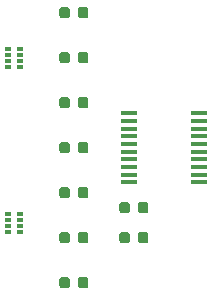
<source format=gbr>
G04 #@! TF.GenerationSoftware,KiCad,Pcbnew,(5.1.2)-1*
G04 #@! TF.CreationDate,2020-09-11T17:35:28+02:00*
G04 #@! TF.ProjectId,LEDadapter,4c454461-6461-4707-9465-722e6b696361,1.0*
G04 #@! TF.SameCoordinates,Original*
G04 #@! TF.FileFunction,Paste,Top*
G04 #@! TF.FilePolarity,Positive*
%FSLAX46Y46*%
G04 Gerber Fmt 4.6, Leading zero omitted, Abs format (unit mm)*
G04 Created by KiCad (PCBNEW (5.1.2)-1) date 2020-09-11 17:35:28*
%MOMM*%
%LPD*%
G04 APERTURE LIST*
%ADD10C,0.100000*%
%ADD11C,0.875000*%
%ADD12R,0.500000X0.320000*%
%ADD13R,1.450000X0.450000*%
G04 APERTURE END LIST*
D10*
G36*
X93432691Y-94776053D02*
G01*
X93453926Y-94779203D01*
X93474750Y-94784419D01*
X93494962Y-94791651D01*
X93514368Y-94800830D01*
X93532781Y-94811866D01*
X93550024Y-94824654D01*
X93565930Y-94839070D01*
X93580346Y-94854976D01*
X93593134Y-94872219D01*
X93604170Y-94890632D01*
X93613349Y-94910038D01*
X93620581Y-94930250D01*
X93625797Y-94951074D01*
X93628947Y-94972309D01*
X93630000Y-94993750D01*
X93630000Y-95506250D01*
X93628947Y-95527691D01*
X93625797Y-95548926D01*
X93620581Y-95569750D01*
X93613349Y-95589962D01*
X93604170Y-95609368D01*
X93593134Y-95627781D01*
X93580346Y-95645024D01*
X93565930Y-95660930D01*
X93550024Y-95675346D01*
X93532781Y-95688134D01*
X93514368Y-95699170D01*
X93494962Y-95708349D01*
X93474750Y-95715581D01*
X93453926Y-95720797D01*
X93432691Y-95723947D01*
X93411250Y-95725000D01*
X92973750Y-95725000D01*
X92952309Y-95723947D01*
X92931074Y-95720797D01*
X92910250Y-95715581D01*
X92890038Y-95708349D01*
X92870632Y-95699170D01*
X92852219Y-95688134D01*
X92834976Y-95675346D01*
X92819070Y-95660930D01*
X92804654Y-95645024D01*
X92791866Y-95627781D01*
X92780830Y-95609368D01*
X92771651Y-95589962D01*
X92764419Y-95569750D01*
X92759203Y-95548926D01*
X92756053Y-95527691D01*
X92755000Y-95506250D01*
X92755000Y-94993750D01*
X92756053Y-94972309D01*
X92759203Y-94951074D01*
X92764419Y-94930250D01*
X92771651Y-94910038D01*
X92780830Y-94890632D01*
X92791866Y-94872219D01*
X92804654Y-94854976D01*
X92819070Y-94839070D01*
X92834976Y-94824654D01*
X92852219Y-94811866D01*
X92870632Y-94800830D01*
X92890038Y-94791651D01*
X92910250Y-94784419D01*
X92931074Y-94779203D01*
X92952309Y-94776053D01*
X92973750Y-94775000D01*
X93411250Y-94775000D01*
X93432691Y-94776053D01*
X93432691Y-94776053D01*
G37*
D11*
X93192500Y-95250000D03*
D10*
G36*
X95007691Y-94776053D02*
G01*
X95028926Y-94779203D01*
X95049750Y-94784419D01*
X95069962Y-94791651D01*
X95089368Y-94800830D01*
X95107781Y-94811866D01*
X95125024Y-94824654D01*
X95140930Y-94839070D01*
X95155346Y-94854976D01*
X95168134Y-94872219D01*
X95179170Y-94890632D01*
X95188349Y-94910038D01*
X95195581Y-94930250D01*
X95200797Y-94951074D01*
X95203947Y-94972309D01*
X95205000Y-94993750D01*
X95205000Y-95506250D01*
X95203947Y-95527691D01*
X95200797Y-95548926D01*
X95195581Y-95569750D01*
X95188349Y-95589962D01*
X95179170Y-95609368D01*
X95168134Y-95627781D01*
X95155346Y-95645024D01*
X95140930Y-95660930D01*
X95125024Y-95675346D01*
X95107781Y-95688134D01*
X95089368Y-95699170D01*
X95069962Y-95708349D01*
X95049750Y-95715581D01*
X95028926Y-95720797D01*
X95007691Y-95723947D01*
X94986250Y-95725000D01*
X94548750Y-95725000D01*
X94527309Y-95723947D01*
X94506074Y-95720797D01*
X94485250Y-95715581D01*
X94465038Y-95708349D01*
X94445632Y-95699170D01*
X94427219Y-95688134D01*
X94409976Y-95675346D01*
X94394070Y-95660930D01*
X94379654Y-95645024D01*
X94366866Y-95627781D01*
X94355830Y-95609368D01*
X94346651Y-95589962D01*
X94339419Y-95569750D01*
X94334203Y-95548926D01*
X94331053Y-95527691D01*
X94330000Y-95506250D01*
X94330000Y-94993750D01*
X94331053Y-94972309D01*
X94334203Y-94951074D01*
X94339419Y-94930250D01*
X94346651Y-94910038D01*
X94355830Y-94890632D01*
X94366866Y-94872219D01*
X94379654Y-94854976D01*
X94394070Y-94839070D01*
X94409976Y-94824654D01*
X94427219Y-94811866D01*
X94445632Y-94800830D01*
X94465038Y-94791651D01*
X94485250Y-94784419D01*
X94506074Y-94779203D01*
X94527309Y-94776053D01*
X94548750Y-94775000D01*
X94986250Y-94775000D01*
X95007691Y-94776053D01*
X95007691Y-94776053D01*
G37*
D11*
X94767500Y-95250000D03*
D10*
G36*
X95007691Y-92236053D02*
G01*
X95028926Y-92239203D01*
X95049750Y-92244419D01*
X95069962Y-92251651D01*
X95089368Y-92260830D01*
X95107781Y-92271866D01*
X95125024Y-92284654D01*
X95140930Y-92299070D01*
X95155346Y-92314976D01*
X95168134Y-92332219D01*
X95179170Y-92350632D01*
X95188349Y-92370038D01*
X95195581Y-92390250D01*
X95200797Y-92411074D01*
X95203947Y-92432309D01*
X95205000Y-92453750D01*
X95205000Y-92966250D01*
X95203947Y-92987691D01*
X95200797Y-93008926D01*
X95195581Y-93029750D01*
X95188349Y-93049962D01*
X95179170Y-93069368D01*
X95168134Y-93087781D01*
X95155346Y-93105024D01*
X95140930Y-93120930D01*
X95125024Y-93135346D01*
X95107781Y-93148134D01*
X95089368Y-93159170D01*
X95069962Y-93168349D01*
X95049750Y-93175581D01*
X95028926Y-93180797D01*
X95007691Y-93183947D01*
X94986250Y-93185000D01*
X94548750Y-93185000D01*
X94527309Y-93183947D01*
X94506074Y-93180797D01*
X94485250Y-93175581D01*
X94465038Y-93168349D01*
X94445632Y-93159170D01*
X94427219Y-93148134D01*
X94409976Y-93135346D01*
X94394070Y-93120930D01*
X94379654Y-93105024D01*
X94366866Y-93087781D01*
X94355830Y-93069368D01*
X94346651Y-93049962D01*
X94339419Y-93029750D01*
X94334203Y-93008926D01*
X94331053Y-92987691D01*
X94330000Y-92966250D01*
X94330000Y-92453750D01*
X94331053Y-92432309D01*
X94334203Y-92411074D01*
X94339419Y-92390250D01*
X94346651Y-92370038D01*
X94355830Y-92350632D01*
X94366866Y-92332219D01*
X94379654Y-92314976D01*
X94394070Y-92299070D01*
X94409976Y-92284654D01*
X94427219Y-92271866D01*
X94445632Y-92260830D01*
X94465038Y-92251651D01*
X94485250Y-92244419D01*
X94506074Y-92239203D01*
X94527309Y-92236053D01*
X94548750Y-92235000D01*
X94986250Y-92235000D01*
X95007691Y-92236053D01*
X95007691Y-92236053D01*
G37*
D11*
X94767500Y-92710000D03*
D10*
G36*
X93432691Y-92236053D02*
G01*
X93453926Y-92239203D01*
X93474750Y-92244419D01*
X93494962Y-92251651D01*
X93514368Y-92260830D01*
X93532781Y-92271866D01*
X93550024Y-92284654D01*
X93565930Y-92299070D01*
X93580346Y-92314976D01*
X93593134Y-92332219D01*
X93604170Y-92350632D01*
X93613349Y-92370038D01*
X93620581Y-92390250D01*
X93625797Y-92411074D01*
X93628947Y-92432309D01*
X93630000Y-92453750D01*
X93630000Y-92966250D01*
X93628947Y-92987691D01*
X93625797Y-93008926D01*
X93620581Y-93029750D01*
X93613349Y-93049962D01*
X93604170Y-93069368D01*
X93593134Y-93087781D01*
X93580346Y-93105024D01*
X93565930Y-93120930D01*
X93550024Y-93135346D01*
X93532781Y-93148134D01*
X93514368Y-93159170D01*
X93494962Y-93168349D01*
X93474750Y-93175581D01*
X93453926Y-93180797D01*
X93432691Y-93183947D01*
X93411250Y-93185000D01*
X92973750Y-93185000D01*
X92952309Y-93183947D01*
X92931074Y-93180797D01*
X92910250Y-93175581D01*
X92890038Y-93168349D01*
X92870632Y-93159170D01*
X92852219Y-93148134D01*
X92834976Y-93135346D01*
X92819070Y-93120930D01*
X92804654Y-93105024D01*
X92791866Y-93087781D01*
X92780830Y-93069368D01*
X92771651Y-93049962D01*
X92764419Y-93029750D01*
X92759203Y-93008926D01*
X92756053Y-92987691D01*
X92755000Y-92966250D01*
X92755000Y-92453750D01*
X92756053Y-92432309D01*
X92759203Y-92411074D01*
X92764419Y-92390250D01*
X92771651Y-92370038D01*
X92780830Y-92350632D01*
X92791866Y-92332219D01*
X92804654Y-92314976D01*
X92819070Y-92299070D01*
X92834976Y-92284654D01*
X92852219Y-92271866D01*
X92870632Y-92260830D01*
X92890038Y-92251651D01*
X92910250Y-92244419D01*
X92931074Y-92239203D01*
X92952309Y-92236053D01*
X92973750Y-92235000D01*
X93411250Y-92235000D01*
X93432691Y-92236053D01*
X93432691Y-92236053D01*
G37*
D11*
X93192500Y-92710000D03*
D10*
G36*
X88352691Y-98586053D02*
G01*
X88373926Y-98589203D01*
X88394750Y-98594419D01*
X88414962Y-98601651D01*
X88434368Y-98610830D01*
X88452781Y-98621866D01*
X88470024Y-98634654D01*
X88485930Y-98649070D01*
X88500346Y-98664976D01*
X88513134Y-98682219D01*
X88524170Y-98700632D01*
X88533349Y-98720038D01*
X88540581Y-98740250D01*
X88545797Y-98761074D01*
X88548947Y-98782309D01*
X88550000Y-98803750D01*
X88550000Y-99316250D01*
X88548947Y-99337691D01*
X88545797Y-99358926D01*
X88540581Y-99379750D01*
X88533349Y-99399962D01*
X88524170Y-99419368D01*
X88513134Y-99437781D01*
X88500346Y-99455024D01*
X88485930Y-99470930D01*
X88470024Y-99485346D01*
X88452781Y-99498134D01*
X88434368Y-99509170D01*
X88414962Y-99518349D01*
X88394750Y-99525581D01*
X88373926Y-99530797D01*
X88352691Y-99533947D01*
X88331250Y-99535000D01*
X87893750Y-99535000D01*
X87872309Y-99533947D01*
X87851074Y-99530797D01*
X87830250Y-99525581D01*
X87810038Y-99518349D01*
X87790632Y-99509170D01*
X87772219Y-99498134D01*
X87754976Y-99485346D01*
X87739070Y-99470930D01*
X87724654Y-99455024D01*
X87711866Y-99437781D01*
X87700830Y-99419368D01*
X87691651Y-99399962D01*
X87684419Y-99379750D01*
X87679203Y-99358926D01*
X87676053Y-99337691D01*
X87675000Y-99316250D01*
X87675000Y-98803750D01*
X87676053Y-98782309D01*
X87679203Y-98761074D01*
X87684419Y-98740250D01*
X87691651Y-98720038D01*
X87700830Y-98700632D01*
X87711866Y-98682219D01*
X87724654Y-98664976D01*
X87739070Y-98649070D01*
X87754976Y-98634654D01*
X87772219Y-98621866D01*
X87790632Y-98610830D01*
X87810038Y-98601651D01*
X87830250Y-98594419D01*
X87851074Y-98589203D01*
X87872309Y-98586053D01*
X87893750Y-98585000D01*
X88331250Y-98585000D01*
X88352691Y-98586053D01*
X88352691Y-98586053D01*
G37*
D11*
X88112500Y-99060000D03*
D10*
G36*
X89927691Y-98586053D02*
G01*
X89948926Y-98589203D01*
X89969750Y-98594419D01*
X89989962Y-98601651D01*
X90009368Y-98610830D01*
X90027781Y-98621866D01*
X90045024Y-98634654D01*
X90060930Y-98649070D01*
X90075346Y-98664976D01*
X90088134Y-98682219D01*
X90099170Y-98700632D01*
X90108349Y-98720038D01*
X90115581Y-98740250D01*
X90120797Y-98761074D01*
X90123947Y-98782309D01*
X90125000Y-98803750D01*
X90125000Y-99316250D01*
X90123947Y-99337691D01*
X90120797Y-99358926D01*
X90115581Y-99379750D01*
X90108349Y-99399962D01*
X90099170Y-99419368D01*
X90088134Y-99437781D01*
X90075346Y-99455024D01*
X90060930Y-99470930D01*
X90045024Y-99485346D01*
X90027781Y-99498134D01*
X90009368Y-99509170D01*
X89989962Y-99518349D01*
X89969750Y-99525581D01*
X89948926Y-99530797D01*
X89927691Y-99533947D01*
X89906250Y-99535000D01*
X89468750Y-99535000D01*
X89447309Y-99533947D01*
X89426074Y-99530797D01*
X89405250Y-99525581D01*
X89385038Y-99518349D01*
X89365632Y-99509170D01*
X89347219Y-99498134D01*
X89329976Y-99485346D01*
X89314070Y-99470930D01*
X89299654Y-99455024D01*
X89286866Y-99437781D01*
X89275830Y-99419368D01*
X89266651Y-99399962D01*
X89259419Y-99379750D01*
X89254203Y-99358926D01*
X89251053Y-99337691D01*
X89250000Y-99316250D01*
X89250000Y-98803750D01*
X89251053Y-98782309D01*
X89254203Y-98761074D01*
X89259419Y-98740250D01*
X89266651Y-98720038D01*
X89275830Y-98700632D01*
X89286866Y-98682219D01*
X89299654Y-98664976D01*
X89314070Y-98649070D01*
X89329976Y-98634654D01*
X89347219Y-98621866D01*
X89365632Y-98610830D01*
X89385038Y-98601651D01*
X89405250Y-98594419D01*
X89426074Y-98589203D01*
X89447309Y-98586053D01*
X89468750Y-98585000D01*
X89906250Y-98585000D01*
X89927691Y-98586053D01*
X89927691Y-98586053D01*
G37*
D11*
X89687500Y-99060000D03*
D10*
G36*
X89927691Y-94776053D02*
G01*
X89948926Y-94779203D01*
X89969750Y-94784419D01*
X89989962Y-94791651D01*
X90009368Y-94800830D01*
X90027781Y-94811866D01*
X90045024Y-94824654D01*
X90060930Y-94839070D01*
X90075346Y-94854976D01*
X90088134Y-94872219D01*
X90099170Y-94890632D01*
X90108349Y-94910038D01*
X90115581Y-94930250D01*
X90120797Y-94951074D01*
X90123947Y-94972309D01*
X90125000Y-94993750D01*
X90125000Y-95506250D01*
X90123947Y-95527691D01*
X90120797Y-95548926D01*
X90115581Y-95569750D01*
X90108349Y-95589962D01*
X90099170Y-95609368D01*
X90088134Y-95627781D01*
X90075346Y-95645024D01*
X90060930Y-95660930D01*
X90045024Y-95675346D01*
X90027781Y-95688134D01*
X90009368Y-95699170D01*
X89989962Y-95708349D01*
X89969750Y-95715581D01*
X89948926Y-95720797D01*
X89927691Y-95723947D01*
X89906250Y-95725000D01*
X89468750Y-95725000D01*
X89447309Y-95723947D01*
X89426074Y-95720797D01*
X89405250Y-95715581D01*
X89385038Y-95708349D01*
X89365632Y-95699170D01*
X89347219Y-95688134D01*
X89329976Y-95675346D01*
X89314070Y-95660930D01*
X89299654Y-95645024D01*
X89286866Y-95627781D01*
X89275830Y-95609368D01*
X89266651Y-95589962D01*
X89259419Y-95569750D01*
X89254203Y-95548926D01*
X89251053Y-95527691D01*
X89250000Y-95506250D01*
X89250000Y-94993750D01*
X89251053Y-94972309D01*
X89254203Y-94951074D01*
X89259419Y-94930250D01*
X89266651Y-94910038D01*
X89275830Y-94890632D01*
X89286866Y-94872219D01*
X89299654Y-94854976D01*
X89314070Y-94839070D01*
X89329976Y-94824654D01*
X89347219Y-94811866D01*
X89365632Y-94800830D01*
X89385038Y-94791651D01*
X89405250Y-94784419D01*
X89426074Y-94779203D01*
X89447309Y-94776053D01*
X89468750Y-94775000D01*
X89906250Y-94775000D01*
X89927691Y-94776053D01*
X89927691Y-94776053D01*
G37*
D11*
X89687500Y-95250000D03*
D10*
G36*
X88352691Y-94776053D02*
G01*
X88373926Y-94779203D01*
X88394750Y-94784419D01*
X88414962Y-94791651D01*
X88434368Y-94800830D01*
X88452781Y-94811866D01*
X88470024Y-94824654D01*
X88485930Y-94839070D01*
X88500346Y-94854976D01*
X88513134Y-94872219D01*
X88524170Y-94890632D01*
X88533349Y-94910038D01*
X88540581Y-94930250D01*
X88545797Y-94951074D01*
X88548947Y-94972309D01*
X88550000Y-94993750D01*
X88550000Y-95506250D01*
X88548947Y-95527691D01*
X88545797Y-95548926D01*
X88540581Y-95569750D01*
X88533349Y-95589962D01*
X88524170Y-95609368D01*
X88513134Y-95627781D01*
X88500346Y-95645024D01*
X88485930Y-95660930D01*
X88470024Y-95675346D01*
X88452781Y-95688134D01*
X88434368Y-95699170D01*
X88414962Y-95708349D01*
X88394750Y-95715581D01*
X88373926Y-95720797D01*
X88352691Y-95723947D01*
X88331250Y-95725000D01*
X87893750Y-95725000D01*
X87872309Y-95723947D01*
X87851074Y-95720797D01*
X87830250Y-95715581D01*
X87810038Y-95708349D01*
X87790632Y-95699170D01*
X87772219Y-95688134D01*
X87754976Y-95675346D01*
X87739070Y-95660930D01*
X87724654Y-95645024D01*
X87711866Y-95627781D01*
X87700830Y-95609368D01*
X87691651Y-95589962D01*
X87684419Y-95569750D01*
X87679203Y-95548926D01*
X87676053Y-95527691D01*
X87675000Y-95506250D01*
X87675000Y-94993750D01*
X87676053Y-94972309D01*
X87679203Y-94951074D01*
X87684419Y-94930250D01*
X87691651Y-94910038D01*
X87700830Y-94890632D01*
X87711866Y-94872219D01*
X87724654Y-94854976D01*
X87739070Y-94839070D01*
X87754976Y-94824654D01*
X87772219Y-94811866D01*
X87790632Y-94800830D01*
X87810038Y-94791651D01*
X87830250Y-94784419D01*
X87851074Y-94779203D01*
X87872309Y-94776053D01*
X87893750Y-94775000D01*
X88331250Y-94775000D01*
X88352691Y-94776053D01*
X88352691Y-94776053D01*
G37*
D11*
X88112500Y-95250000D03*
D10*
G36*
X88352691Y-90966053D02*
G01*
X88373926Y-90969203D01*
X88394750Y-90974419D01*
X88414962Y-90981651D01*
X88434368Y-90990830D01*
X88452781Y-91001866D01*
X88470024Y-91014654D01*
X88485930Y-91029070D01*
X88500346Y-91044976D01*
X88513134Y-91062219D01*
X88524170Y-91080632D01*
X88533349Y-91100038D01*
X88540581Y-91120250D01*
X88545797Y-91141074D01*
X88548947Y-91162309D01*
X88550000Y-91183750D01*
X88550000Y-91696250D01*
X88548947Y-91717691D01*
X88545797Y-91738926D01*
X88540581Y-91759750D01*
X88533349Y-91779962D01*
X88524170Y-91799368D01*
X88513134Y-91817781D01*
X88500346Y-91835024D01*
X88485930Y-91850930D01*
X88470024Y-91865346D01*
X88452781Y-91878134D01*
X88434368Y-91889170D01*
X88414962Y-91898349D01*
X88394750Y-91905581D01*
X88373926Y-91910797D01*
X88352691Y-91913947D01*
X88331250Y-91915000D01*
X87893750Y-91915000D01*
X87872309Y-91913947D01*
X87851074Y-91910797D01*
X87830250Y-91905581D01*
X87810038Y-91898349D01*
X87790632Y-91889170D01*
X87772219Y-91878134D01*
X87754976Y-91865346D01*
X87739070Y-91850930D01*
X87724654Y-91835024D01*
X87711866Y-91817781D01*
X87700830Y-91799368D01*
X87691651Y-91779962D01*
X87684419Y-91759750D01*
X87679203Y-91738926D01*
X87676053Y-91717691D01*
X87675000Y-91696250D01*
X87675000Y-91183750D01*
X87676053Y-91162309D01*
X87679203Y-91141074D01*
X87684419Y-91120250D01*
X87691651Y-91100038D01*
X87700830Y-91080632D01*
X87711866Y-91062219D01*
X87724654Y-91044976D01*
X87739070Y-91029070D01*
X87754976Y-91014654D01*
X87772219Y-91001866D01*
X87790632Y-90990830D01*
X87810038Y-90981651D01*
X87830250Y-90974419D01*
X87851074Y-90969203D01*
X87872309Y-90966053D01*
X87893750Y-90965000D01*
X88331250Y-90965000D01*
X88352691Y-90966053D01*
X88352691Y-90966053D01*
G37*
D11*
X88112500Y-91440000D03*
D10*
G36*
X89927691Y-90966053D02*
G01*
X89948926Y-90969203D01*
X89969750Y-90974419D01*
X89989962Y-90981651D01*
X90009368Y-90990830D01*
X90027781Y-91001866D01*
X90045024Y-91014654D01*
X90060930Y-91029070D01*
X90075346Y-91044976D01*
X90088134Y-91062219D01*
X90099170Y-91080632D01*
X90108349Y-91100038D01*
X90115581Y-91120250D01*
X90120797Y-91141074D01*
X90123947Y-91162309D01*
X90125000Y-91183750D01*
X90125000Y-91696250D01*
X90123947Y-91717691D01*
X90120797Y-91738926D01*
X90115581Y-91759750D01*
X90108349Y-91779962D01*
X90099170Y-91799368D01*
X90088134Y-91817781D01*
X90075346Y-91835024D01*
X90060930Y-91850930D01*
X90045024Y-91865346D01*
X90027781Y-91878134D01*
X90009368Y-91889170D01*
X89989962Y-91898349D01*
X89969750Y-91905581D01*
X89948926Y-91910797D01*
X89927691Y-91913947D01*
X89906250Y-91915000D01*
X89468750Y-91915000D01*
X89447309Y-91913947D01*
X89426074Y-91910797D01*
X89405250Y-91905581D01*
X89385038Y-91898349D01*
X89365632Y-91889170D01*
X89347219Y-91878134D01*
X89329976Y-91865346D01*
X89314070Y-91850930D01*
X89299654Y-91835024D01*
X89286866Y-91817781D01*
X89275830Y-91799368D01*
X89266651Y-91779962D01*
X89259419Y-91759750D01*
X89254203Y-91738926D01*
X89251053Y-91717691D01*
X89250000Y-91696250D01*
X89250000Y-91183750D01*
X89251053Y-91162309D01*
X89254203Y-91141074D01*
X89259419Y-91120250D01*
X89266651Y-91100038D01*
X89275830Y-91080632D01*
X89286866Y-91062219D01*
X89299654Y-91044976D01*
X89314070Y-91029070D01*
X89329976Y-91014654D01*
X89347219Y-91001866D01*
X89365632Y-90990830D01*
X89385038Y-90981651D01*
X89405250Y-90974419D01*
X89426074Y-90969203D01*
X89447309Y-90966053D01*
X89468750Y-90965000D01*
X89906250Y-90965000D01*
X89927691Y-90966053D01*
X89927691Y-90966053D01*
G37*
D11*
X89687500Y-91440000D03*
D10*
G36*
X89927691Y-87156053D02*
G01*
X89948926Y-87159203D01*
X89969750Y-87164419D01*
X89989962Y-87171651D01*
X90009368Y-87180830D01*
X90027781Y-87191866D01*
X90045024Y-87204654D01*
X90060930Y-87219070D01*
X90075346Y-87234976D01*
X90088134Y-87252219D01*
X90099170Y-87270632D01*
X90108349Y-87290038D01*
X90115581Y-87310250D01*
X90120797Y-87331074D01*
X90123947Y-87352309D01*
X90125000Y-87373750D01*
X90125000Y-87886250D01*
X90123947Y-87907691D01*
X90120797Y-87928926D01*
X90115581Y-87949750D01*
X90108349Y-87969962D01*
X90099170Y-87989368D01*
X90088134Y-88007781D01*
X90075346Y-88025024D01*
X90060930Y-88040930D01*
X90045024Y-88055346D01*
X90027781Y-88068134D01*
X90009368Y-88079170D01*
X89989962Y-88088349D01*
X89969750Y-88095581D01*
X89948926Y-88100797D01*
X89927691Y-88103947D01*
X89906250Y-88105000D01*
X89468750Y-88105000D01*
X89447309Y-88103947D01*
X89426074Y-88100797D01*
X89405250Y-88095581D01*
X89385038Y-88088349D01*
X89365632Y-88079170D01*
X89347219Y-88068134D01*
X89329976Y-88055346D01*
X89314070Y-88040930D01*
X89299654Y-88025024D01*
X89286866Y-88007781D01*
X89275830Y-87989368D01*
X89266651Y-87969962D01*
X89259419Y-87949750D01*
X89254203Y-87928926D01*
X89251053Y-87907691D01*
X89250000Y-87886250D01*
X89250000Y-87373750D01*
X89251053Y-87352309D01*
X89254203Y-87331074D01*
X89259419Y-87310250D01*
X89266651Y-87290038D01*
X89275830Y-87270632D01*
X89286866Y-87252219D01*
X89299654Y-87234976D01*
X89314070Y-87219070D01*
X89329976Y-87204654D01*
X89347219Y-87191866D01*
X89365632Y-87180830D01*
X89385038Y-87171651D01*
X89405250Y-87164419D01*
X89426074Y-87159203D01*
X89447309Y-87156053D01*
X89468750Y-87155000D01*
X89906250Y-87155000D01*
X89927691Y-87156053D01*
X89927691Y-87156053D01*
G37*
D11*
X89687500Y-87630000D03*
D10*
G36*
X88352691Y-87156053D02*
G01*
X88373926Y-87159203D01*
X88394750Y-87164419D01*
X88414962Y-87171651D01*
X88434368Y-87180830D01*
X88452781Y-87191866D01*
X88470024Y-87204654D01*
X88485930Y-87219070D01*
X88500346Y-87234976D01*
X88513134Y-87252219D01*
X88524170Y-87270632D01*
X88533349Y-87290038D01*
X88540581Y-87310250D01*
X88545797Y-87331074D01*
X88548947Y-87352309D01*
X88550000Y-87373750D01*
X88550000Y-87886250D01*
X88548947Y-87907691D01*
X88545797Y-87928926D01*
X88540581Y-87949750D01*
X88533349Y-87969962D01*
X88524170Y-87989368D01*
X88513134Y-88007781D01*
X88500346Y-88025024D01*
X88485930Y-88040930D01*
X88470024Y-88055346D01*
X88452781Y-88068134D01*
X88434368Y-88079170D01*
X88414962Y-88088349D01*
X88394750Y-88095581D01*
X88373926Y-88100797D01*
X88352691Y-88103947D01*
X88331250Y-88105000D01*
X87893750Y-88105000D01*
X87872309Y-88103947D01*
X87851074Y-88100797D01*
X87830250Y-88095581D01*
X87810038Y-88088349D01*
X87790632Y-88079170D01*
X87772219Y-88068134D01*
X87754976Y-88055346D01*
X87739070Y-88040930D01*
X87724654Y-88025024D01*
X87711866Y-88007781D01*
X87700830Y-87989368D01*
X87691651Y-87969962D01*
X87684419Y-87949750D01*
X87679203Y-87928926D01*
X87676053Y-87907691D01*
X87675000Y-87886250D01*
X87675000Y-87373750D01*
X87676053Y-87352309D01*
X87679203Y-87331074D01*
X87684419Y-87310250D01*
X87691651Y-87290038D01*
X87700830Y-87270632D01*
X87711866Y-87252219D01*
X87724654Y-87234976D01*
X87739070Y-87219070D01*
X87754976Y-87204654D01*
X87772219Y-87191866D01*
X87790632Y-87180830D01*
X87810038Y-87171651D01*
X87830250Y-87164419D01*
X87851074Y-87159203D01*
X87872309Y-87156053D01*
X87893750Y-87155000D01*
X88331250Y-87155000D01*
X88352691Y-87156053D01*
X88352691Y-87156053D01*
G37*
D11*
X88112500Y-87630000D03*
D10*
G36*
X88352691Y-83346053D02*
G01*
X88373926Y-83349203D01*
X88394750Y-83354419D01*
X88414962Y-83361651D01*
X88434368Y-83370830D01*
X88452781Y-83381866D01*
X88470024Y-83394654D01*
X88485930Y-83409070D01*
X88500346Y-83424976D01*
X88513134Y-83442219D01*
X88524170Y-83460632D01*
X88533349Y-83480038D01*
X88540581Y-83500250D01*
X88545797Y-83521074D01*
X88548947Y-83542309D01*
X88550000Y-83563750D01*
X88550000Y-84076250D01*
X88548947Y-84097691D01*
X88545797Y-84118926D01*
X88540581Y-84139750D01*
X88533349Y-84159962D01*
X88524170Y-84179368D01*
X88513134Y-84197781D01*
X88500346Y-84215024D01*
X88485930Y-84230930D01*
X88470024Y-84245346D01*
X88452781Y-84258134D01*
X88434368Y-84269170D01*
X88414962Y-84278349D01*
X88394750Y-84285581D01*
X88373926Y-84290797D01*
X88352691Y-84293947D01*
X88331250Y-84295000D01*
X87893750Y-84295000D01*
X87872309Y-84293947D01*
X87851074Y-84290797D01*
X87830250Y-84285581D01*
X87810038Y-84278349D01*
X87790632Y-84269170D01*
X87772219Y-84258134D01*
X87754976Y-84245346D01*
X87739070Y-84230930D01*
X87724654Y-84215024D01*
X87711866Y-84197781D01*
X87700830Y-84179368D01*
X87691651Y-84159962D01*
X87684419Y-84139750D01*
X87679203Y-84118926D01*
X87676053Y-84097691D01*
X87675000Y-84076250D01*
X87675000Y-83563750D01*
X87676053Y-83542309D01*
X87679203Y-83521074D01*
X87684419Y-83500250D01*
X87691651Y-83480038D01*
X87700830Y-83460632D01*
X87711866Y-83442219D01*
X87724654Y-83424976D01*
X87739070Y-83409070D01*
X87754976Y-83394654D01*
X87772219Y-83381866D01*
X87790632Y-83370830D01*
X87810038Y-83361651D01*
X87830250Y-83354419D01*
X87851074Y-83349203D01*
X87872309Y-83346053D01*
X87893750Y-83345000D01*
X88331250Y-83345000D01*
X88352691Y-83346053D01*
X88352691Y-83346053D01*
G37*
D11*
X88112500Y-83820000D03*
D10*
G36*
X89927691Y-83346053D02*
G01*
X89948926Y-83349203D01*
X89969750Y-83354419D01*
X89989962Y-83361651D01*
X90009368Y-83370830D01*
X90027781Y-83381866D01*
X90045024Y-83394654D01*
X90060930Y-83409070D01*
X90075346Y-83424976D01*
X90088134Y-83442219D01*
X90099170Y-83460632D01*
X90108349Y-83480038D01*
X90115581Y-83500250D01*
X90120797Y-83521074D01*
X90123947Y-83542309D01*
X90125000Y-83563750D01*
X90125000Y-84076250D01*
X90123947Y-84097691D01*
X90120797Y-84118926D01*
X90115581Y-84139750D01*
X90108349Y-84159962D01*
X90099170Y-84179368D01*
X90088134Y-84197781D01*
X90075346Y-84215024D01*
X90060930Y-84230930D01*
X90045024Y-84245346D01*
X90027781Y-84258134D01*
X90009368Y-84269170D01*
X89989962Y-84278349D01*
X89969750Y-84285581D01*
X89948926Y-84290797D01*
X89927691Y-84293947D01*
X89906250Y-84295000D01*
X89468750Y-84295000D01*
X89447309Y-84293947D01*
X89426074Y-84290797D01*
X89405250Y-84285581D01*
X89385038Y-84278349D01*
X89365632Y-84269170D01*
X89347219Y-84258134D01*
X89329976Y-84245346D01*
X89314070Y-84230930D01*
X89299654Y-84215024D01*
X89286866Y-84197781D01*
X89275830Y-84179368D01*
X89266651Y-84159962D01*
X89259419Y-84139750D01*
X89254203Y-84118926D01*
X89251053Y-84097691D01*
X89250000Y-84076250D01*
X89250000Y-83563750D01*
X89251053Y-83542309D01*
X89254203Y-83521074D01*
X89259419Y-83500250D01*
X89266651Y-83480038D01*
X89275830Y-83460632D01*
X89286866Y-83442219D01*
X89299654Y-83424976D01*
X89314070Y-83409070D01*
X89329976Y-83394654D01*
X89347219Y-83381866D01*
X89365632Y-83370830D01*
X89385038Y-83361651D01*
X89405250Y-83354419D01*
X89426074Y-83349203D01*
X89447309Y-83346053D01*
X89468750Y-83345000D01*
X89906250Y-83345000D01*
X89927691Y-83346053D01*
X89927691Y-83346053D01*
G37*
D11*
X89687500Y-83820000D03*
D10*
G36*
X89927691Y-79536053D02*
G01*
X89948926Y-79539203D01*
X89969750Y-79544419D01*
X89989962Y-79551651D01*
X90009368Y-79560830D01*
X90027781Y-79571866D01*
X90045024Y-79584654D01*
X90060930Y-79599070D01*
X90075346Y-79614976D01*
X90088134Y-79632219D01*
X90099170Y-79650632D01*
X90108349Y-79670038D01*
X90115581Y-79690250D01*
X90120797Y-79711074D01*
X90123947Y-79732309D01*
X90125000Y-79753750D01*
X90125000Y-80266250D01*
X90123947Y-80287691D01*
X90120797Y-80308926D01*
X90115581Y-80329750D01*
X90108349Y-80349962D01*
X90099170Y-80369368D01*
X90088134Y-80387781D01*
X90075346Y-80405024D01*
X90060930Y-80420930D01*
X90045024Y-80435346D01*
X90027781Y-80448134D01*
X90009368Y-80459170D01*
X89989962Y-80468349D01*
X89969750Y-80475581D01*
X89948926Y-80480797D01*
X89927691Y-80483947D01*
X89906250Y-80485000D01*
X89468750Y-80485000D01*
X89447309Y-80483947D01*
X89426074Y-80480797D01*
X89405250Y-80475581D01*
X89385038Y-80468349D01*
X89365632Y-80459170D01*
X89347219Y-80448134D01*
X89329976Y-80435346D01*
X89314070Y-80420930D01*
X89299654Y-80405024D01*
X89286866Y-80387781D01*
X89275830Y-80369368D01*
X89266651Y-80349962D01*
X89259419Y-80329750D01*
X89254203Y-80308926D01*
X89251053Y-80287691D01*
X89250000Y-80266250D01*
X89250000Y-79753750D01*
X89251053Y-79732309D01*
X89254203Y-79711074D01*
X89259419Y-79690250D01*
X89266651Y-79670038D01*
X89275830Y-79650632D01*
X89286866Y-79632219D01*
X89299654Y-79614976D01*
X89314070Y-79599070D01*
X89329976Y-79584654D01*
X89347219Y-79571866D01*
X89365632Y-79560830D01*
X89385038Y-79551651D01*
X89405250Y-79544419D01*
X89426074Y-79539203D01*
X89447309Y-79536053D01*
X89468750Y-79535000D01*
X89906250Y-79535000D01*
X89927691Y-79536053D01*
X89927691Y-79536053D01*
G37*
D11*
X89687500Y-80010000D03*
D10*
G36*
X88352691Y-79536053D02*
G01*
X88373926Y-79539203D01*
X88394750Y-79544419D01*
X88414962Y-79551651D01*
X88434368Y-79560830D01*
X88452781Y-79571866D01*
X88470024Y-79584654D01*
X88485930Y-79599070D01*
X88500346Y-79614976D01*
X88513134Y-79632219D01*
X88524170Y-79650632D01*
X88533349Y-79670038D01*
X88540581Y-79690250D01*
X88545797Y-79711074D01*
X88548947Y-79732309D01*
X88550000Y-79753750D01*
X88550000Y-80266250D01*
X88548947Y-80287691D01*
X88545797Y-80308926D01*
X88540581Y-80329750D01*
X88533349Y-80349962D01*
X88524170Y-80369368D01*
X88513134Y-80387781D01*
X88500346Y-80405024D01*
X88485930Y-80420930D01*
X88470024Y-80435346D01*
X88452781Y-80448134D01*
X88434368Y-80459170D01*
X88414962Y-80468349D01*
X88394750Y-80475581D01*
X88373926Y-80480797D01*
X88352691Y-80483947D01*
X88331250Y-80485000D01*
X87893750Y-80485000D01*
X87872309Y-80483947D01*
X87851074Y-80480797D01*
X87830250Y-80475581D01*
X87810038Y-80468349D01*
X87790632Y-80459170D01*
X87772219Y-80448134D01*
X87754976Y-80435346D01*
X87739070Y-80420930D01*
X87724654Y-80405024D01*
X87711866Y-80387781D01*
X87700830Y-80369368D01*
X87691651Y-80349962D01*
X87684419Y-80329750D01*
X87679203Y-80308926D01*
X87676053Y-80287691D01*
X87675000Y-80266250D01*
X87675000Y-79753750D01*
X87676053Y-79732309D01*
X87679203Y-79711074D01*
X87684419Y-79690250D01*
X87691651Y-79670038D01*
X87700830Y-79650632D01*
X87711866Y-79632219D01*
X87724654Y-79614976D01*
X87739070Y-79599070D01*
X87754976Y-79584654D01*
X87772219Y-79571866D01*
X87790632Y-79560830D01*
X87810038Y-79551651D01*
X87830250Y-79544419D01*
X87851074Y-79539203D01*
X87872309Y-79536053D01*
X87893750Y-79535000D01*
X88331250Y-79535000D01*
X88352691Y-79536053D01*
X88352691Y-79536053D01*
G37*
D11*
X88112500Y-80010000D03*
D10*
G36*
X88352691Y-75726053D02*
G01*
X88373926Y-75729203D01*
X88394750Y-75734419D01*
X88414962Y-75741651D01*
X88434368Y-75750830D01*
X88452781Y-75761866D01*
X88470024Y-75774654D01*
X88485930Y-75789070D01*
X88500346Y-75804976D01*
X88513134Y-75822219D01*
X88524170Y-75840632D01*
X88533349Y-75860038D01*
X88540581Y-75880250D01*
X88545797Y-75901074D01*
X88548947Y-75922309D01*
X88550000Y-75943750D01*
X88550000Y-76456250D01*
X88548947Y-76477691D01*
X88545797Y-76498926D01*
X88540581Y-76519750D01*
X88533349Y-76539962D01*
X88524170Y-76559368D01*
X88513134Y-76577781D01*
X88500346Y-76595024D01*
X88485930Y-76610930D01*
X88470024Y-76625346D01*
X88452781Y-76638134D01*
X88434368Y-76649170D01*
X88414962Y-76658349D01*
X88394750Y-76665581D01*
X88373926Y-76670797D01*
X88352691Y-76673947D01*
X88331250Y-76675000D01*
X87893750Y-76675000D01*
X87872309Y-76673947D01*
X87851074Y-76670797D01*
X87830250Y-76665581D01*
X87810038Y-76658349D01*
X87790632Y-76649170D01*
X87772219Y-76638134D01*
X87754976Y-76625346D01*
X87739070Y-76610930D01*
X87724654Y-76595024D01*
X87711866Y-76577781D01*
X87700830Y-76559368D01*
X87691651Y-76539962D01*
X87684419Y-76519750D01*
X87679203Y-76498926D01*
X87676053Y-76477691D01*
X87675000Y-76456250D01*
X87675000Y-75943750D01*
X87676053Y-75922309D01*
X87679203Y-75901074D01*
X87684419Y-75880250D01*
X87691651Y-75860038D01*
X87700830Y-75840632D01*
X87711866Y-75822219D01*
X87724654Y-75804976D01*
X87739070Y-75789070D01*
X87754976Y-75774654D01*
X87772219Y-75761866D01*
X87790632Y-75750830D01*
X87810038Y-75741651D01*
X87830250Y-75734419D01*
X87851074Y-75729203D01*
X87872309Y-75726053D01*
X87893750Y-75725000D01*
X88331250Y-75725000D01*
X88352691Y-75726053D01*
X88352691Y-75726053D01*
G37*
D11*
X88112500Y-76200000D03*
D10*
G36*
X89927691Y-75726053D02*
G01*
X89948926Y-75729203D01*
X89969750Y-75734419D01*
X89989962Y-75741651D01*
X90009368Y-75750830D01*
X90027781Y-75761866D01*
X90045024Y-75774654D01*
X90060930Y-75789070D01*
X90075346Y-75804976D01*
X90088134Y-75822219D01*
X90099170Y-75840632D01*
X90108349Y-75860038D01*
X90115581Y-75880250D01*
X90120797Y-75901074D01*
X90123947Y-75922309D01*
X90125000Y-75943750D01*
X90125000Y-76456250D01*
X90123947Y-76477691D01*
X90120797Y-76498926D01*
X90115581Y-76519750D01*
X90108349Y-76539962D01*
X90099170Y-76559368D01*
X90088134Y-76577781D01*
X90075346Y-76595024D01*
X90060930Y-76610930D01*
X90045024Y-76625346D01*
X90027781Y-76638134D01*
X90009368Y-76649170D01*
X89989962Y-76658349D01*
X89969750Y-76665581D01*
X89948926Y-76670797D01*
X89927691Y-76673947D01*
X89906250Y-76675000D01*
X89468750Y-76675000D01*
X89447309Y-76673947D01*
X89426074Y-76670797D01*
X89405250Y-76665581D01*
X89385038Y-76658349D01*
X89365632Y-76649170D01*
X89347219Y-76638134D01*
X89329976Y-76625346D01*
X89314070Y-76610930D01*
X89299654Y-76595024D01*
X89286866Y-76577781D01*
X89275830Y-76559368D01*
X89266651Y-76539962D01*
X89259419Y-76519750D01*
X89254203Y-76498926D01*
X89251053Y-76477691D01*
X89250000Y-76456250D01*
X89250000Y-75943750D01*
X89251053Y-75922309D01*
X89254203Y-75901074D01*
X89259419Y-75880250D01*
X89266651Y-75860038D01*
X89275830Y-75840632D01*
X89286866Y-75822219D01*
X89299654Y-75804976D01*
X89314070Y-75789070D01*
X89329976Y-75774654D01*
X89347219Y-75761866D01*
X89365632Y-75750830D01*
X89385038Y-75741651D01*
X89405250Y-75734419D01*
X89426074Y-75729203D01*
X89447309Y-75726053D01*
X89468750Y-75725000D01*
X89906250Y-75725000D01*
X89927691Y-75726053D01*
X89927691Y-75726053D01*
G37*
D11*
X89687500Y-76200000D03*
D12*
X84320000Y-94730000D03*
X84320000Y-93730000D03*
X84320000Y-94230000D03*
X84320000Y-93230000D03*
X83320000Y-94230000D03*
X83320000Y-94730000D03*
X83320000Y-93730000D03*
X83320000Y-93230000D03*
X83320000Y-79260000D03*
X83320000Y-79760000D03*
X83320000Y-80760000D03*
X83320000Y-80260000D03*
X84320000Y-79260000D03*
X84320000Y-80260000D03*
X84320000Y-79760000D03*
X84320000Y-80760000D03*
D13*
X99470000Y-90555000D03*
X99470000Y-89905000D03*
X99470000Y-89255000D03*
X99470000Y-88605000D03*
X99470000Y-87955000D03*
X99470000Y-87305000D03*
X99470000Y-86655000D03*
X99470000Y-86005000D03*
X99470000Y-85355000D03*
X99470000Y-84705000D03*
X93570000Y-84705000D03*
X93570000Y-85355000D03*
X93570000Y-86005000D03*
X93570000Y-86655000D03*
X93570000Y-87305000D03*
X93570000Y-87955000D03*
X93570000Y-88605000D03*
X93570000Y-89255000D03*
X93570000Y-89905000D03*
X93570000Y-90555000D03*
M02*

</source>
